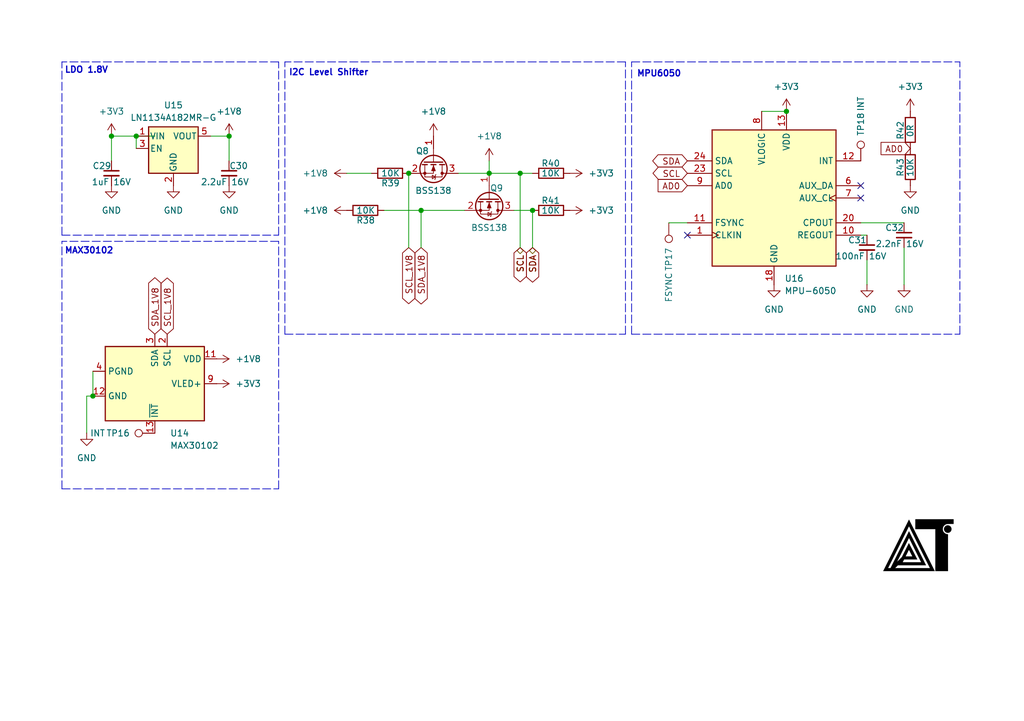
<source format=kicad_sch>
(kicad_sch (version 20250114) (generator "eeschema") (generator_version "9.0")
  (paper "A5")
  (title_block (date "2025-04-05"))
  (lib_symbols
    (symbol "Connector:TestPoint" (pin_numbers (hide yes)) (pin_names (offset 0.762) (hide yes))
      (property "Reference" "TP" (at 0 6.858 0))
      (property "Value" "TestPoint" (at 0 5.08 0))
      (symbol "TestPoint_0_1"
        (circle (center 0 3.302) (radius 0.762))
      )
      (symbol "TestPoint_1_1"
        (pin passive line (at 0 0 90) (length 2.54) (name "1") (number "1"))
      )
    )
    (symbol "Device:C_Small" (pin_numbers (hide yes)) (pin_names (offset 0.254) (hide yes))
      (property "Reference" "C" (at 0.254 1.778 0))
      (property "Value" "C_Small" (at 0.254 -2.032 0))
      (symbol "C_Small_0_1"
        (polyline (pts (xy -1.524 0.508) (xy 1.524 0.508)) (stroke (width 0.3048)))
        (polyline (pts (xy -1.524 -0.508) (xy 1.524 -0.508)) (stroke (width 0.3302)))
      )
      (symbol "C_Small_1_1"
        (pin passive line (at 0 2.54 270) (length 2.032) (name "~") (number "1"))
        (pin passive line (at 0 -2.54 90) (length 2.032) (name "~") (number "2"))
      )
    )
    (symbol "Device:R" (pin_numbers (hide yes)) (pin_names (offset 0))
      (property "Reference" "R" (at 2.032 0 90))
      (property "Value" "R" (at 0 0 90))
      (symbol "R_0_1"
        (rectangle (start -1.016 -2.54) (end 1.016 2.54) (stroke (width 0.254)))
      )
      (symbol "R_1_1"
        (pin passive line (at 0 3.81 270) (length 1.27) (name "~") (number "1"))
        (pin passive line (at 0 -3.81 90) (length 1.27) (name "~") (number "2"))
      )
    )
    (symbol "Regulator_Linear:AP2112K-1.8" (pin_names (offset 0.254))
      (property "Reference" "U" (at -5.08 5.715 0))
      (property "Value" "AP2112K-1.8" (at 0 5.715 0))
      (symbol "AP2112K-1.8_0_1"
        (rectangle (start -5.08 4.445) (end 5.08 -5.08) (stroke (width 0.254)) (fill (type background)))
      )
      (symbol "AP2112K-1.8_1_1"
        (pin power_in line (at -7.62 2.54 0) (length 2.54) (name "VIN") (number "1"))
        (pin input line (at -7.62 0 0) (length 2.54) (name "EN") (number "3"))
        (pin power_in line (at 0 -7.62 90) (length 2.54) (name "GND") (number "2"))
        (pin no_connect line (at 5.08 0 180) (length 2.54) (hide yes) (name "NC") (number "4"))
        (pin power_out line (at 7.62 2.54 180) (length 2.54) (name "VOUT") (number "5"))
      )
    )
    (symbol "Sensor:MAX30102"
      (property "Reference" "U" (at 7.62 15.24 0))
      (property "Value" "MAX30102" (at 7.62 12.7 0))
      (symbol "MAX30102_0_1"
        (rectangle (start -7.62 10.16) (end 7.62 -10.16) (stroke (width 0.254)) (fill (type background)))
      )
      (symbol "MAX30102_1_1"
        (pin input line (at -10.16 2.54 0) (length 2.54) (name "SCL") (number "2"))
        (pin bidirectional line (at -10.16 0 0) (length 2.54) (name "SDA") (number "3"))
        (pin no_connect line (at -7.62 5.08 0) (length 2.54) (hide yes) (name "NC") (number "1"))
        (pin no_connect line (at -7.62 -2.54 0) (length 2.54) (hide yes) (name "NC") (number "7"))
        (pin power_in line (at -5.08 12.7 270) (length 2.54) (name "VDD") (number "11"))
        (pin power_in line (at -2.54 -12.7 90) (length 2.54) (name "PGND") (number "4"))
        (pin passive line (at 0 12.7 270) (length 2.54) (hide yes) (name "VLED+") (number "10"))
        (pin power_in line (at 0 12.7 270) (length 2.54) (name "VLED+") (number "9"))
        (pin power_in line (at 2.54 -12.7 90) (length 2.54) (name "GND") (number "12"))
        (pin no_connect line (at 7.62 5.08 180) (length 2.54) (hide yes) (name "NC") (number "8"))
        (pin no_connect line (at 7.62 2.54 180) (length 2.54) (hide yes) (name "NC") (number "14"))
        (pin no_connect line (at 7.62 -5.08 180) (length 2.54) (hide yes) (name "NC") (number "6"))
        (pin no_connect line (at 7.62 -7.62 180) (length 2.54) (hide yes) (name "NC") (number "5"))
        (pin output line (at 10.16 0 180) (length 2.54) (name "~{INT}") (number "13"))
      )
    )
    (symbol "Sensor_Motion:MPU-6050"
      (property "Reference" "U" (at -11.43 13.97 0))
      (property "Value" "MPU-6050" (at 7.62 -15.24 0))
      (symbol "MPU-6050_0_0"
        (text "" (at 12.7 -2.54 0) (effects (font (size 1.27 1.27))))
      )
      (symbol "MPU-6050_0_1"
        (rectangle (start -12.7 13.97) (end 12.7 -13.97) (stroke (width 0.254)) (fill (type background)))
      )
      (symbol "MPU-6050_1_1"
        (pin bidirectional line (at -17.78 7.62 0) (length 5.08) (name "SDA") (number "24"))
        (pin input line (at -17.78 5.08 0) (length 5.08) (name "SCL") (number "23"))
        (pin input line (at -17.78 2.54 0) (length 5.08) (name "AD0") (number "9"))
        (pin input line (at -17.78 -5.08 0) (length 5.08) (name "FSYNC") (number "11"))
        (pin input clock (at -17.78 -7.62 0) (length 5.08) (name "CLKIN") (number "1"))
        (pin no_connect line (at -12.7 12.7 0) (length 2.54) (hide yes) (name "NC") (number "2"))
        (pin no_connect line (at -12.7 10.16 0) (length 2.54) (hide yes) (name "NC") (number "3"))
        (pin no_connect line (at -12.7 0 0) (length 2.54) (hide yes) (name "NC") (number "4"))
        (pin no_connect line (at -12.7 -2.54 0) (length 2.54) (hide yes) (name "NC") (number "5"))
        (pin no_connect line (at -12.7 -10.16 0) (length 2.54) (hide yes) (name "NC") (number "14"))
        (pin power_in line (at -2.54 17.78 270) (length 3.81) (name "VLOGIC") (number "8"))
        (pin power_in line (at 0 -17.78 90) (length 3.81) (name "GND") (number "18"))
        (pin power_in line (at 2.54 17.78 270) (length 3.81) (name "VDD") (number "13"))
        (pin no_connect line (at 12.7 12.7 180) (length 2.54) (hide yes) (name "NC") (number "15"))
        (pin no_connect line (at 12.7 10.16 180) (length 2.54) (hide yes) (name "NC") (number "16"))
        (pin no_connect line (at 12.7 5.08 180) (length 2.54) (hide yes) (name "NC") (number "17"))
        (pin no_connect line (at 12.7 -2.54 180) (length 2.54) (hide yes) (name "RESV") (number "21"))
        (pin no_connect line (at 12.7 -10.16 180) (length 2.54) (hide yes) (name "RESV") (number "19"))
        (pin no_connect line (at 12.7 -12.7 180) (length 2.54) (hide yes) (name "RESV") (number "22"))
        (pin output line (at 17.78 7.62 180) (length 5.08) (name "INT") (number "12"))
        (pin bidirectional line (at 17.78 2.54 180) (length 5.08) (name "AUX_DA") (number "6"))
        (pin output clock (at 17.78 0 180) (length 5.08) (name "AUX_CL") (number "7"))
        (pin passive line (at 17.78 -5.08 180) (length 5.08) (name "CPOUT") (number "20"))
        (pin passive line (at 17.78 -7.62 180) (length 5.08) (name "REGOUT") (number "10"))
      )
    )
    (symbol "Transistor_FET:BSS138" (pin_names (hide yes))
      (property "Reference" "Q" (at 5.08 1.905 0))
      (property "Value" "BSS138" (at 5.08 0 0))
      (symbol "BSS138_0_1"
        (polyline (pts (xy 0.254 1.905) (xy 0.254 -1.905)) (stroke (width 0.254)))
        (polyline (pts (xy 0.254 0) (xy -2.54 0)))
        (polyline (pts (xy 0.762 2.286) (xy 0.762 1.27)) (stroke (width 0.254)))
        (polyline (pts (xy 0.762 0.508) (xy 0.762 -0.508)) (stroke (width 0.254)))
        (polyline (pts (xy 0.762 -1.27) (xy 0.762 -2.286)) (stroke (width 0.254)))
        (polyline (pts (xy 0.762 -1.778) (xy 3.302 -1.778) (xy 3.302 1.778) (xy 0.762 1.778)))
        (polyline (pts (xy 1.016 0) (xy 2.032 0.381) (xy 2.032 -0.381) (xy 1.016 0)) (fill (type outline)))
        (circle (center 1.651 0) (radius 2.794) (stroke (width 0.254)))
        (polyline (pts (xy 2.54 2.54) (xy 2.54 1.778)))
        (circle (center 2.54 1.778) (radius 0.254) (fill (type outline)))
        (circle (center 2.54 -1.778) (radius 0.254) (fill (type outline)))
        (polyline (pts (xy 2.54 -2.54) (xy 2.54 0) (xy 0.762 0)))
        (polyline (pts (xy 2.794 0.508) (xy 2.921 0.381) (xy 3.683 0.381) (xy 3.81 0.254)))
        (polyline (pts (xy 3.302 0.381) (xy 2.921 -0.254) (xy 3.683 -0.254) (xy 3.302 0.381)))
      )
      (symbol "BSS138_1_1"
        (pin input line (at -5.08 0 0) (length 2.54) (name "G") (number "1"))
        (pin passive line (at 2.54 5.08 270) (length 2.54) (name "D") (number "3"))
        (pin passive line (at 2.54 -5.08 90) (length 2.54) (name "S") (number "2"))
      )
    )
    (symbol "power:+1V8" (power) (pin_numbers (hide yes)) (pin_names (offset 0) (hide yes))
      (property "Value" "+1V8" (at 0 3.556 0))
      (symbol "+1V8_0_1"
        (polyline (pts (xy -0.762 1.27) (xy 0 2.54)))
        (polyline (pts (xy 0 2.54) (xy 0.762 1.27)))
        (polyline (pts (xy 0 0) (xy 0 2.54)))
      )
      (symbol "+1V8_1_1"
        (pin power_in line (at 0 0 90) (length 0) (name "~") (number "1"))
      )
    )
    (symbol "power:+3V3" (power) (pin_numbers (hide yes)) (pin_names (offset 0) (hide yes))
      (property "Value" "+3V3" (at 0 3.556 0))
      (symbol "+3V3_0_1"
        (polyline (pts (xy -0.762 1.27) (xy 0 2.54)))
        (polyline (pts (xy 0 2.54) (xy 0.762 1.27)))
        (polyline (pts (xy 0 0) (xy 0 2.54)))
      )
      (symbol "+3V3_1_1"
        (pin power_in line (at 0 0 90) (length 0) (name "~") (number "1"))
      )
    )
    (symbol "power:GND" (power) (pin_numbers (hide yes)) (pin_names (offset 0) (hide yes))
      (property "Value" "GND" (at 0 -3.81 0))
      (symbol "GND_0_1"
        (polyline (pts (xy 0 0) (xy 0 -1.27) (xy 1.27 -1.27) (xy 0 -2.54) (xy -1.27 -1.27) (xy 0 -1.27)))
      )
      (symbol "GND_1_1"
        (pin power_in line (at 0 0 270) (length 0) (name "~") (number "1"))
      )
    )
  )
  (text "MAX30102\n" (at 13.208 52.324 0) (effects (font (size 1.27 1.27) (thickness 0.254) (bold yes)) (justify left bottom)))
  (text "LDO 1.8V\n" (at 13.208 15.24 0) (effects (font (size 1.27 1.27) (thickness 0.254) (bold yes)) (justify left bottom)))
  (text "MPU6050\n" (at 130.556 16.002 0) (effects (font (size 1.27 1.27) (thickness 0.254) (bold yes)) (justify left bottom)))
  (text "I2C Level Shifter" (at 59.182 15.748 0) (effects (font (size 1.27 1.27) (thickness 0.254) (bold yes)) (justify left bottom)))
  (junction (at 46.99 27.94))
  (junction (at 106.68 35.56))
  (junction (at 86.36 43.18))
  (junction (at 22.86 27.94))
  (junction (at 83.82 35.56))
  (junction (at 109.22 43.18))
  (junction (at 100.33 35.56))
  (junction (at 161.29 22.86))
  (junction (at 27.94 27.94))
  (junction (at 19.05 81.28))
  (no_connect (at 176.53 40.64))
  (no_connect (at 140.97 48.26))
  (no_connect (at 176.53 38.1))
  (polyline (pts (xy 12.7 48.26) (xy 57.15 48.26)) (stroke (width 0) (type dash)))
  (polyline (pts (xy 12.7 100.33) (xy 57.15 100.33)) (stroke (width 0) (type dash)))
  (wire (pts (xy 46.99 33.02) (xy 46.99 27.94)))
  (wire (pts (xy 27.94 27.94) (xy 27.94 30.48)))
  (wire (pts (xy 105.41 43.18) (xy 109.22 43.18)))
  (wire (pts (xy 100.33 35.56) (xy 93.98 35.56)))
  (polyline (pts (xy 57.15 49.53) (xy 12.7 49.53)) (stroke (width 0) (type dash)))
  (wire (pts (xy 176.53 45.72) (xy 185.42 45.72)))
  (wire (pts (xy 137.16 45.72) (xy 140.97 45.72)))
  (wire (pts (xy 109.22 43.18) (xy 109.22 50.8)))
  (wire (pts (xy 106.68 35.56) (xy 109.22 35.56)))
  (wire (pts (xy 100.33 33.02) (xy 100.33 35.56)))
  (wire (pts (xy 78.74 43.18) (xy 86.36 43.18)))
  (wire (pts (xy 83.82 35.56) (xy 83.82 50.8)))
  (polyline (pts (xy 58.42 68.58) (xy 128.27 68.58)) (stroke (width 0) (type dash)))
  (polyline (pts (xy 57.15 100.33) (xy 57.15 49.53)) (stroke (width 0) (type dash)))
  (wire (pts (xy 31.75 27.94) (xy 27.94 27.94)))
  (polyline (pts (xy 128.27 68.58) (xy 128.27 12.7)) (stroke (width 0) (type dash)))
  (polyline (pts (xy 57.15 12.7) (xy 12.7 12.7)) (stroke (width 0) (type dash)))
  (wire (pts (xy 17.78 81.28) (xy 19.05 81.28)))
  (wire (pts (xy 106.68 35.56) (xy 100.33 35.56)))
  (polyline (pts (xy 58.42 68.58) (xy 58.42 12.7)) (stroke (width 0) (type dash)))
  (polyline (pts (xy 128.27 12.7) (xy 58.42 12.7)) (stroke (width 0) (type dash)))
  (wire (pts (xy 22.86 33.02) (xy 22.86 27.94)))
  (wire (pts (xy 71.12 35.56) (xy 76.2 35.56)))
  (polyline (pts (xy 57.15 48.26) (xy 57.15 12.7)) (stroke (width 0) (type dash)))
  (polyline (pts (xy 12.7 48.26) (xy 12.7 12.7)) (stroke (width 0) (type dash)))
  (polyline (pts (xy 12.7 100.33) (xy 12.7 49.53)) (stroke (width 0) (type dash)))
  (polyline (pts (xy 196.85 68.58) (xy 196.85 12.7)) (stroke (width 0) (type dash)))
  (wire (pts (xy 19.05 76.2) (xy 19.05 81.28)))
  (wire (pts (xy 177.8 58.42) (xy 177.8 53.34)))
  (wire (pts (xy 106.68 50.8) (xy 106.68 35.56)))
  (wire (pts (xy 86.36 43.18) (xy 86.36 50.8)))
  (polyline (pts (xy 129.54 68.58) (xy 129.54 12.7)) (stroke (width 0) (type dash)))
  (wire (pts (xy 185.42 58.42) (xy 185.42 50.8)))
  (wire (pts (xy 177.8 48.26) (xy 176.53 48.26)))
  (wire (pts (xy 17.78 88.9) (xy 17.78 81.28)))
  (wire (pts (xy 156.21 22.86) (xy 161.29 22.86)))
  (polyline (pts (xy 129.54 12.7) (xy 196.85 12.7)) (stroke (width 0) (type dash)))
  (polyline (pts (xy 129.54 68.58) (xy 196.85 68.58)) (stroke (width 0) (type dash)))
  (wire (pts (xy 86.36 43.18) (xy 95.25 43.18)))
  (wire (pts (xy 43.18 27.94) (xy 46.99 27.94)))
  (wire (pts (xy 22.86 27.94) (xy 27.94 27.94)))
  (image (at 187.96 111.76) (scale 0.359998))
  (global_label "SDA" (shape bidirectional) (at 140.97 33.02 180) (property "Intersheetrefs" "${INTERSHEET_REFS}" (effects (hide yes))))
  (global_label "SCL_1V8" (shape bidirectional) (at 34.29 68.58 90) (property "Intersheetrefs" "${INTERSHEET_REFS}" (effects (hide yes))))
  (global_label "SCL" (shape bidirectional) (at 140.97 35.56 180) (property "Intersheetrefs" "${INTERSHEET_REFS}" (effects (hide yes))))
  (global_label "SCL_1V8" (shape bidirectional) (at 83.82 50.8 270) (property "Intersheetrefs" "${INTERSHEET_REFS}" (effects (hide yes))))
  (global_label "SDA" (shape bidirectional) (at 109.22 50.8 270) (property "Intersheetrefs" "${INTERSHEET_REFS}" (effects (hide yes))))
  (global_label "AD0" (shape input) (at 186.69 30.48 180) (property "Intersheetrefs" "${INTERSHEET_REFS}" (effects (hide yes))))
  (global_label "AD0" (shape input) (at 140.97 38.1 180) (property "Intersheetrefs" "${INTERSHEET_REFS}" (effects (hide yes))))
  (global_label "SDA_1V8" (shape bidirectional) (at 86.36 50.8 270) (property "Intersheetrefs" "${INTERSHEET_REFS}" (effects (hide yes))))
  (global_label "SDA_1V8" (shape bidirectional) (at 31.75 68.58 90) (property "Intersheetrefs" "${INTERSHEET_REFS}" (effects (hide yes))))
  (global_label "SCL" (shape bidirectional) (at 106.68 50.8 270) (property "Intersheetrefs" "${INTERSHEET_REFS}" (effects (hide yes))))
  (hierarchical_label "SCL" (shape bidirectional) (at 106.68 50.8 270))
  (hierarchical_label "SDA" (shape bidirectional) (at 109.22 50.8 270))
  (symbol (lib_id "power:GND") (at 46.99 38.1 0) (unit 1)
    (property "Reference" "#PWR0118" (effects (hide yes)))
    (property "Value" "GND" (at 46.99 43.18 0))
    (property "Description" "Power symbol creates a global label with name \"GND\" , ground" (effects (hide yes)))
  )
  (symbol (lib_id "Device:C_Small") (at 185.42 48.26 0) (mirror y) (unit 1)
    (property "Reference" "C32" (at 185.42 46.736 0) (effects (justify left)))
    (property "Value" "2.2nF 16V" (at 189.484 50.038 0) (effects (justify left)))
    (property "Footprint" "Capacitor_SMD:C_0603_1608Metric" (effects (hide yes)))
    (property "Description" "Unpolarized capacitor, small symbol" (effects (hide yes)))
  )
  (symbol (lib_id "power:GND") (at 158.75 58.42 0) (unit 1)
    (property "Reference" "#PWR0125" (effects (hide yes)))
    (property "Value" "GND" (at 158.75 63.5 0))
    (property "Description" "Power symbol creates a global label with name \"GND\" , ground" (effects (hide yes)))
  )
  (symbol (lib_id "power:+1V8") (at 71.12 43.18 90) (unit 1)
    (property "Reference" "#PWR0120" (effects (hide yes)))
    (property "Value" "+1V8" (at 67.31 43.1799 90) (effects (justify left)))
    (property "Description" "Power symbol creates a global label with name \"+1V8\"" (effects (hide yes)))
  )
  (symbol (lib_id "Connector:TestPoint") (at 176.53 33.02 0) (mirror y) (unit 1) (in_bom no)
    (property "Reference" "TP18" (at 176.53 27.94 90) (effects (justify left)))
    (property "Value" "INT" (at 176.53 22.86 90) (effects (justify left)))
    (property "Footprint" "TestPoint:TestPoint_Pad_D1.0mm" (effects (hide yes)))
  )
  (symbol (lib_id "Device:R") (at 80.01 35.56 90) (unit 1)
    (property "Reference" "R39" (at 82.042 37.592 90) (effects (justify left)))
    (property "Value" "10K" (at 82.042 35.56 90) (effects (justify left)))
    (property "Footprint" "Resistor_SMD:R_0603_1608Metric" (effects (hide yes)))
    (property "Description" "Resistor" (effects (hide yes)))
  )
  (symbol (lib_id "power:GND") (at 177.8 58.42 0) (unit 1)
    (property "Reference" "#PWR0127" (effects (hide yes)))
    (property "Value" "GND" (at 177.8 63.5 0))
    (property "Description" "Power symbol creates a global label with name \"GND\" , ground" (effects (hide yes)))
  )
  (symbol (lib_id "Sensor:MAX30102") (at 31.75 78.74 270) (unit 1)
    (property "Reference" "U14" (at 34.8681 88.9 90) (effects (justify left)))
    (property "Value" "MAX30102" (at 34.8681 91.44 90) (effects (justify left)))
    (property "Footprint" "OptoDevice:Maxim_OLGA-14_3.3x5.6mm_P0.8mm" (effects (hide yes)))
    (property "Datasheet" "https://datasheets.maximintegrated.com/en/ds/MAX30102.pdf" (effects (hide yes)))
    (property "Description" "Heart Rate Sensor, 14-OLGA" (effects (hide yes)))
  )
  (symbol (lib_id "power:+1V8") (at 46.99 27.94 0) (unit 1)
    (property "Reference" "#PWR0117" (effects (hide yes)))
    (property "Value" "+1V8" (at 46.99 22.86 0))
    (property "Description" "Power symbol creates a global label with name \"+1V8\"" (effects (hide yes)))
  )
  (symbol (lib_id "Device:R") (at 113.03 35.56 270) (unit 1)
    (property "Reference" "R40" (at 110.998 33.528 90) (effects (justify left)))
    (property "Value" "10K" (at 110.998 35.56 90) (effects (justify left)))
    (property "Footprint" "Resistor_SMD:R_0603_1608Metric" (effects (hide yes)))
    (property "Description" "Resistor" (effects (hide yes)))
  )
  (symbol (lib_id "power:+1V8") (at 100.33 33.02 0) (unit 1)
    (property "Reference" "#PWR0122" (effects (hide yes)))
    (property "Value" "+1V8" (at 100.33 27.94 0))
    (property "Description" "Power symbol creates a global label with name \"+1V8\"" (effects (hide yes)))
  )
  (symbol (lib_id "power:GND") (at 17.78 88.9 0) (unit 1)
    (property "Reference" "#PWR0111" (effects (hide yes)))
    (property "Value" "GND" (at 17.78 93.98 0))
    (property "Description" "Power symbol creates a global label with name \"GND\" , ground" (effects (hide yes)))
  )
  (symbol (lib_id "Device:C_Small") (at 46.99 35.56 0) (unit 1)
    (property "Reference" "C30" (at 46.99 34.036 0) (effects (justify left)))
    (property "Value" "2.2uF 16V" (at 41.148 37.338 0) (effects (justify left)))
    (property "Footprint" "Capacitor_SMD:C_0603_1608Metric" (effects (hide yes)))
    (property "Description" "Unpolarized capacitor, small symbol" (effects (hide yes)))
  )
  (symbol (lib_id "power:+3V3") (at 44.45 78.74 270) (unit 1)
    (property "Reference" "#PWR0116" (effects (hide yes)))
    (property "Value" "+3V3" (at 48.26 78.7399 90) (effects (justify left)))
    (property "Description" "Power symbol creates a global label with name \"+3V3\"" (effects (hide yes)))
  )
  (symbol (lib_id "Device:C_Small") (at 22.86 35.56 0) (mirror y) (unit 1)
    (property "Reference" "C29" (at 22.86 34.036 0) (effects (justify left)))
    (property "Value" "1uF 16V" (at 26.924 37.338 0) (effects (justify left)))
    (property "Footprint" "Capacitor_SMD:C_0603_1608Metric" (effects (hide yes)))
    (property "Description" "Unpolarized capacitor, small symbol" (effects (hide yes)))
  )
  (symbol (lib_id "Device:R") (at 186.69 34.29 0) (unit 1)
    (property "Reference" "R43" (at 184.658 36.322 90) (effects (justify left)))
    (property "Value" "10K" (at 186.69 36.322 90) (effects (justify left)))
    (property "Footprint" "Resistor_SMD:R_0402_1005Metric" (effects (hide yes)))
    (property "Description" "Resistor" (effects (hide yes)))
  )
  (symbol (lib_id "Device:R") (at 74.93 43.18 90) (unit 1)
    (property "Reference" "R38" (at 76.962 45.212 90) (effects (justify left)))
    (property "Value" "10K" (at 76.962 43.18 90) (effects (justify left)))
    (property "Footprint" "Resistor_SMD:R_0603_1608Metric" (effects (hide yes)))
    (property "Description" "Resistor" (effects (hide yes)))
  )
  (symbol (lib_id "Sensor_Motion:MPU-6050") (at 158.75 40.64 0) (unit 1)
    (property "Reference" "U16" (at 160.8933 57.15 0) (effects (justify left)))
    (property "Value" "MPU-6050" (at 160.8933 59.69 0) (effects (justify left)))
    (property "Footprint" "Sensor_Motion:InvenSense_QFN-24_4x4mm_P0.5mm_NoMask" (effects (hide yes)))
    (property "Datasheet" "https://invensense.tdk.com/wp-content/uploads/2015/02/MPU-6000-Datasheet1.pdf" (effects (hide yes)))
    (property "Description" "InvenSense 6-Axis Motion Sensor, Gyroscope, Accelerometer, I2C" (effects (hide yes)))
  )
  (symbol (lib_id "Device:R") (at 113.03 43.18 270) (unit 1)
    (property "Reference" "R41" (at 110.998 41.148 90) (effects (justify left)))
    (property "Value" "10K" (at 110.998 43.18 90) (effects (justify left)))
    (property "Footprint" "Resistor_SMD:R_0603_1608Metric" (effects (hide yes)))
    (property "Description" "Resistor" (effects (hide yes)))
  )
  (symbol (lib_id "power:GND") (at 35.56 38.1 0) (unit 1)
    (property "Reference" "#PWR0114" (effects (hide yes)))
    (property "Value" "GND" (at 35.56 43.18 0))
    (property "Description" "Power symbol creates a global label with name \"GND\" , ground" (effects (hide yes)))
  )
  (symbol (lib_id "power:+1V8") (at 88.9 27.94 0) (unit 1)
    (property "Reference" "#PWR0121" (effects (hide yes)))
    (property "Value" "+1V8" (at 88.9 22.86 0))
    (property "Description" "Power symbol creates a global label with name \"+1V8\"" (effects (hide yes)))
  )
  (symbol (lib_id "Connector:TestPoint") (at 31.75 88.9 90) (mirror x) (unit 1) (in_bom no)
    (property "Reference" "TP16" (at 26.67 88.9 90) (effects (justify left)))
    (property "Value" "INT" (at 21.59 88.9 90) (effects (justify left)))
    (property "Footprint" "TestPoint:TestPoint_Pad_D1.0mm" (effects (hide yes)))
  )
  (symbol (lib_id "power:+3V3") (at 116.84 43.18 270) (unit 1)
    (property "Reference" "#PWR0124" (effects (hide yes)))
    (property "Value" "+3V3" (at 120.65 43.1799 90) (effects (justify left)))
    (property "Description" "Power symbol creates a global label with name \"+3V3\"" (effects (hide yes)))
  )
  (symbol (lib_id "power:+3V3") (at 161.29 22.86 0) (mirror y) (unit 1)
    (property "Reference" "#PWR0126" (effects (hide yes)))
    (property "Value" "+3V3" (at 161.29 17.78 0))
    (property "Description" "Power symbol creates a global label with name \"+3V3\"" (effects (hide yes)))
  )
  (symbol (lib_id "Regulator_Linear:AP2112K-1.8") (at 35.56 30.48 0) (unit 1)
    (property "Reference" "U15" (at 35.56 21.59 0))
    (property "Value" "LN1134A182MR-G" (at 35.56 24.13 0))
    (property "Footprint" "Package_TO_SOT_SMD:SOT-23-5" (effects (hide yes)))
  )
  (symbol (lib_id "Device:R") (at 186.69 26.67 0) (unit 1)
    (property "Reference" "R42" (at 184.658 28.702 90) (effects (justify left)))
    (property "Value" "0R" (at 186.69 28.194 90) (effects (justify left)))
    (property "Footprint" "Resistor_SMD:R_0402_1005Metric" (effects (hide yes)))
    (property "Description" "Resistor" (effects (hide yes)))
  )
  (symbol (lib_id "power:GND") (at 185.42 58.42 0) (unit 1)
    (property "Reference" "#PWR0128" (effects (hide yes)))
    (property "Value" "GND" (at 185.42 63.5 0))
    (property "Description" "Power symbol creates a global label with name \"GND\" , ground" (effects (hide yes)))
  )
  (symbol (lib_id "power:+1V8") (at 71.12 35.56 90) (unit 1)
    (property "Reference" "#PWR0119" (effects (hide yes)))
    (property "Value" "+1V8" (at 67.31 35.5599 90) (effects (justify left)))
    (property "Description" "Power symbol creates a global label with name \"+1V8\"" (effects (hide yes)))
  )
  (symbol (lib_id "power:+3V3") (at 22.86 27.94 0) (unit 1)
    (property "Reference" "#PWR0112" (effects (hide yes)))
    (property "Value" "+3V3" (at 22.86 22.86 0))
    (property "Description" "Power symbol creates a global label with name \"+3V3\"" (effects (hide yes)))
  )
  (symbol (lib_id "Transistor_FET:BSS138") (at 88.9 33.02 270) (unit 1)
    (property "Reference" "Q8" (at 86.614 30.988 90))
    (property "Value" "BSS138" (at 88.9 39.116 90))
    (property "Footprint" "Package_TO_SOT_SMD:SOT-23" (effects (hide yes)))
    (property "Datasheet" "https://www.onsemi.com/pub/Collateral/BSS138-D.PDF" (effects (hide yes)))
    (property "Description" "50V Vds, 0.22A Id, N-Channel MOSFET, SOT-23" (effects (hide yes)))
  )
  (symbol (lib_id "power:+3V3") (at 116.84 35.56 270) (mirror x) (unit 1)
    (property "Reference" "#PWR0123" (effects (hide yes)))
    (property "Value" "+3V3" (at 120.65 35.5599 90) (effects (justify left)))
    (property "Description" "Power symbol creates a global label with name \"+3V3\"" (effects (hide yes)))
  )
  (symbol (lib_id "Connector:TestPoint") (at 137.16 45.72 0) (mirror x) (unit 1) (in_bom no)
    (property "Reference" "TP17" (at 137.16 50.8 90) (effects (justify left)))
    (property "Value" "FSYNC" (at 137.16 55.88 90) (effects (justify left)))
    (property "Footprint" "TestPoint:TestPoint_Pad_D1.0mm" (effects (hide yes)))
  )
  (symbol (lib_id "power:GND") (at 22.86 38.1 0) (unit 1)
    (property "Reference" "#PWR0113" (effects (hide yes)))
    (property "Value" "GND" (at 22.86 43.18 0))
    (property "Description" "Power symbol creates a global label with name \"GND\" , ground" (effects (hide yes)))
  )
  (symbol (lib_id "Transistor_FET:BSS138") (at 100.33 40.64 270) (unit 1)
    (property "Reference" "Q9" (at 101.854 38.608 90))
    (property "Value" "BSS138" (at 100.33 46.736 90))
    (property "Footprint" "Package_TO_SOT_SMD:SOT-23" (effects (hide yes)))
    (property "Datasheet" "https://www.onsemi.com/pub/Collateral/BSS138-D.PDF" (effects (hide yes)))
    (property "Description" "50V Vds, 0.22A Id, N-Channel MOSFET, SOT-23" (effects (hide yes)))
  )
  (symbol (lib_id "power:+3V3") (at 186.69 22.86 0) (unit 1)
    (property "Reference" "#PWR0129" (effects (hide yes)))
    (property "Value" "+3V3" (at 186.69 17.78 0))
    (property "Description" "Power symbol creates a global label with name \"+3V3\"" (effects (hide yes)))
  )
  (symbol (lib_id "Device:C_Small") (at 177.8 50.8 0) (mirror y) (unit 1)
    (property "Reference" "C31" (at 177.8 49.276 0) (effects (justify left)))
    (property "Value" "100nF 16V" (at 181.864 52.578 0) (effects (justify left)))
    (property "Footprint" "Capacitor_SMD:C_0603_1608Metric" (effects (hide yes)))
    (property "Description" "Unpolarized capacitor, small symbol" (effects (hide yes)))
  )
  (symbol (lib_id "power:GND") (at 186.69 38.1 0) (unit 1)
    (property "Reference" "#PWR0130" (effects (hide yes)))
    (property "Value" "GND" (at 186.69 43.18 0))
    (property "Description" "Power symbol creates a global label with name \"GND\" , ground" (effects (hide yes)))
  )
  (symbol (lib_id "power:+1V8") (at 44.45 73.66 270) (unit 1)
    (property "Reference" "#PWR0115" (effects (hide yes)))
    (property "Value" "+1V8" (at 48.26 73.6599 90) (effects (justify left)))
    (property "Description" "Power symbol creates a global label with name \"+1V8\"" (effects (hide yes)))
  )
)
</source>
